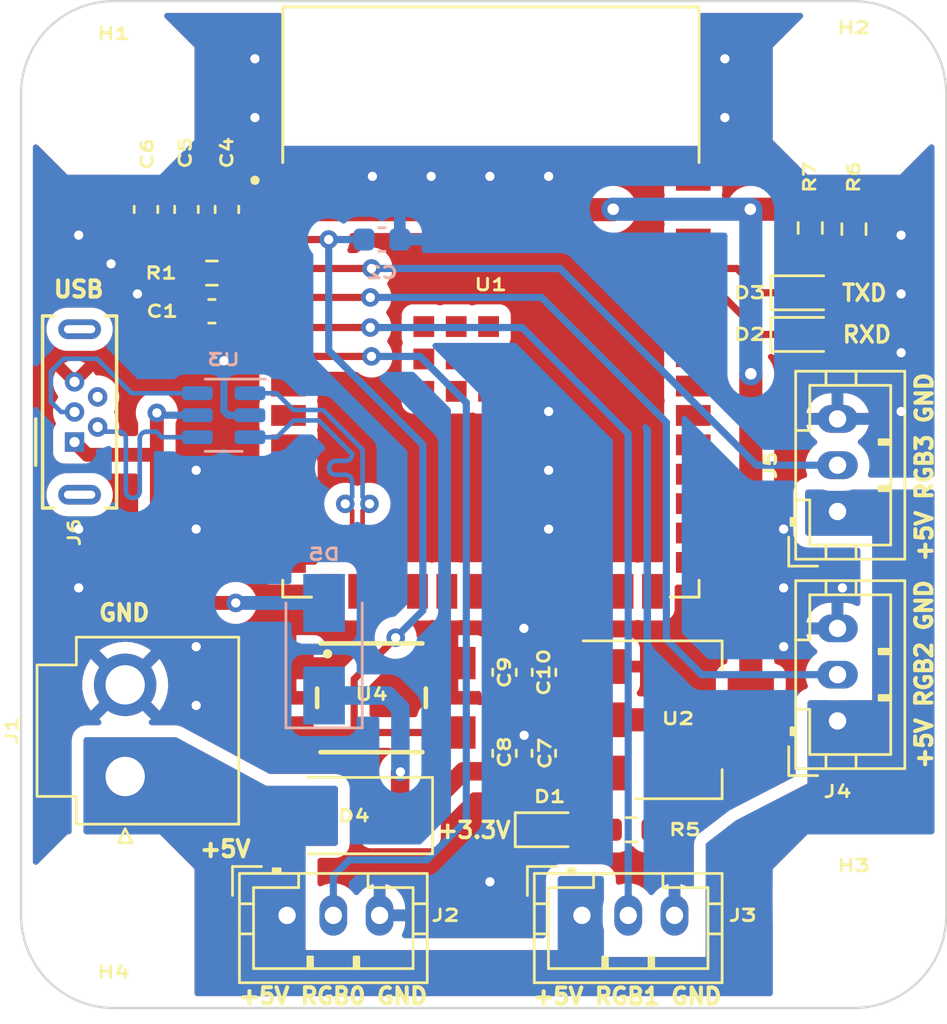
<source format=kicad_pcb>
(kicad_pcb (version 20211014) (generator pcbnew)
  (layers (0 "F.Cu" mixed) (31 "B.Cu" mixed) (34 "B.Paste" user) (35 "F.Paste" user) (36 "B.SilkS" user "B.Silkscreen") (37 "F.SilkS" user "F.Silkscreen") (38 "B.Mask" user) (39 "F.Mask" user) (44 "Edge.Cuts" user))
  (net 0 "")
  (net 1 "EN")
  (net 2 "GND")
  (net 5 "+3.3V")
  (net 6 "VBUS")
  (net 7 "Net-(D1-Pad2)")
  (net 8 "RXD")
  (net 9 "Net-(D2-Pad2)")
  (net 10 "TXD")
  (net 11 "Net-(D3-Pad2)")
  (net 12 "VCC")
  (net 13 "RGB0")
  (net 14 "D+")
  (net 15 "D-")
  (net 16 "SDA")
  (net 17 "SCL")
  (net 41 "RGB1")
  (net 42 "RGB2")
  (net 43 "RGB3")
  (net 46 "USB_D-")
  (net 47 "USB_D+")
  (net 48 "/Connector/VBUS_USB")
  (footprint "Capacitor_SMD:C_0603_1608Metric" (layer "F.Cu") (at 135.9 110 90)
    (fp_text reference "C8" (at 0.05 0 90) (layer "F.SilkS") (effects (font (size 0.5 0.7))))
    (fp_text value "0.1uF")
    (pad "1" smd roundrect (at -0.775 0 90) (size 0.9 0.95) (layers "F.Cu" "F.Paste" "F.Mask") (net 6 "VBUS"))
    (pad "2" smd roundrect (at 0.775 0 90) (size 0.9 0.95) (layers "F.Cu" "F.Paste" "F.Mask") (net 2 "GND"))
  )
  (footprint "Resistor_SMD:R_0603_1608Metric" (layer "F.Cu") (at 141.4 113.3 180)
    (fp_text reference "R5" (at -2.3 0) (layer "F.SilkS") (effects (font (size 0.5 0.7))))
    (fp_text value "1K")
    (pad "1" smd roundrect (at -0.825 0 180) (size 0.8 0.95) (layers "F.Cu" "F.Paste" "F.Mask") (net 5 "+3.3V"))
    (pad "2" smd roundrect (at 0.825 0 180) (size 0.8 0.95) (layers "F.Cu" "F.Paste" "F.Mask") (net 7 "Net-(D1-Pad2)"))
  )
  (footprint "MountingHole:MountingHole_3.2mm_M3" (layer "F.Cu") (at 119 81.5)
    (fp_text reference "H1" (at 0 -2.6) (layer "F.SilkS") (effects (font (size 0.5 0.7))))
    (fp_text value "MountingHole")
    (pad "" np_thru_hole circle (at 0 0) (size 3.2 3.2) (drill 3.2) (layers *.Cu *.Mask))
  )
  (footprint "Capacitor_SMD:C_0603_1608Metric" (layer "F.Cu") (at 137.61 106.5 90)
    (fp_text reference "C10" (at 0 -0.01 90) (layer "F.SilkS") (effects (font (size 0.5 0.7))))
    (fp_text value "0.1uF")
    (pad "1" smd roundrect (at -0.775 0 90) (size 0.9 0.95) (layers "F.Cu" "F.Paste" "F.Mask") (net 5 "+3.3V"))
    (pad "2" smd roundrect (at 0.775 0 90) (size 0.9 0.95) (layers "F.Cu" "F.Paste" "F.Mask") (net 2 "GND"))
  )
  (footprint "Connector_JST:JST_PH_B3B-PH-K_1x03_P2.00mm_Vertical" (layer "F.Cu") (at 150.3 108.6 90)
    (fp_text reference "J4" (at -3.05 0 180) (layer "F.SilkS") (effects (font (size 0.5 0.7))))
    (fp_text value "Conn_01x03")
    (pad "1" thru_hole roundrect (at 0 0 90) (size 1.2 1.75) (drill 0.75) (layers *.Cu *.Mask) (roundrect_rratio 0.2083333333) (net 12 "VCC"))
    (pad "2" thru_hole oval (at 2 0 90) (size 1.2 1.75) (drill 0.75) (layers *.Cu *.Mask) (net 42 "RGB2"))
    (pad "3" thru_hole oval (at 4 0 90) (size 1.2 1.75) (drill 0.75) (layers *.Cu *.Mask) (net 2 "GND"))
  )
  (footprint "Diode_SMD:D_SMA" (layer "F.Cu") (at 129.39 112.69 180)
    (fp_text reference "D4" (at 0 -0.01) (layer "F.SilkS") (effects (font (size 0.5 0.7))))
    (fp_text value "SS34")
    (pad "1" smd rect (at -2 0 180) (size 2.5 1.8) (layers "F.Cu" "F.Paste" "F.Mask") (net 6 "VBUS"))
    (pad "2" smd rect (at 2 0 180) (size 2.5 1.8) (layers "F.Cu" "F.Paste" "F.Mask") (net 12 "VCC"))
  )
  (footprint "Dotworld:Tactile_Switch" (layer "F.Cu") (at 130.15 107.6)
    (fp_text reference "U4" (at 0 -0.15) (layer "F.SilkS") (effects (font (size 0.5 0.7))))
    (fp_text value "Tactile_Switch")
    (pad "1" smd rect (at -3.5 -1.5) (size 2 1.4) (layers "F.Cu" "F.Paste" "F.Mask") (net 2 "GND"))
    (pad "2" smd rect (at 3.5 -1.5) (size 2 1.4) (layers "F.Cu" "F.Paste" "F.Mask") (net 2 "GND"))
    (pad "3" smd rect (at -3.5 1.5) (size 2 1.4) (layers "F.Cu" "F.Paste" "F.Mask") (net 1 "EN"))
    (pad "4" smd rect (at 3.5 1.5) (size 2 1.4) (layers "F.Cu" "F.Paste" "F.Mask") (net 1 "EN"))
  )
  (footprint "Connector_JST:JST_PH_B3B-PH-K_1x03_P2.00mm_Vertical" (layer "F.Cu") (at 139.25 117)
    (fp_text reference "J3" (at 6.95 0) (layer "F.SilkS") (effects (font (size 0.5 0.7))))
    (fp_text value "Conn_01x03")
    (pad "1" thru_hole roundrect (at 0 0) (size 1.2 1.75) (drill 0.75) (layers *.Cu *.Mask) (roundrect_rratio 0.2083333333) (net 12 "VCC"))
    (pad "2" thru_hole oval (at 2 0) (size 1.2 1.75) (drill 0.75) (layers *.Cu *.Mask) (net 41 "RGB1"))
    (pad "3" thru_hole oval (at 4 0) (size 1.2 1.75) (drill 0.75) (layers *.Cu *.Mask) (net 2 "GND"))
  )
  (footprint "LED_SMD:LED_0603_1608Metric" (layer "F.Cu") (at 137.85 113.3)
    (fp_text reference "D1" (at 0 -1.43) (layer "F.SilkS") (effects (font (size 0.5 0.7))))
    (fp_text value "LED")
    (pad "1" smd roundrect (at -0.7875 0) (size 0.875 0.95) (layers "F.Cu" "F.Paste" "F.Mask") (net 2 "GND"))
    (pad "2" smd roundrect (at 0.7875 0) (size 0.875 0.95) (layers "F.Cu" "F.Paste" "F.Mask") (net 7 "Net-(D1-Pad2)"))
  )
  (footprint "Connector_JST:JST_PH_B3B-PH-K_1x03_P2.00mm_Vertical" (layer "F.Cu") (at 150.3 99.55 90)
    (fp_text reference "J5" (at 2 -2.9 90) (layer "F.SilkS") (effects (font (size 0.5 0.7))))
    (fp_text value "Conn_01x03")
    (pad "1" thru_hole roundrect (at 0 0 90) (size 1.2 1.75) (drill 0.75) (layers *.Cu *.Mask) (roundrect_rratio 0.2083333333) (net 12 "VCC"))
    (pad "2" thru_hole oval (at 2 0 90) (size 1.2 1.75) (drill 0.75) (layers *.Cu *.Mask) (net 43 "RGB3"))
    (pad "3" thru_hole oval (at 4 0 90) (size 1.2 1.75) (drill 0.75) (layers *.Cu *.Mask) (net 2 "GND"))
  )
  (footprint "Capacitor_SMD:C_0603_1608Metric" (layer "F.Cu") (at 123.25 90.9 180)
    (fp_text reference "C1" (at 2.15 0) (layer "F.SilkS") (effects (font (size 0.5 0.7))))
    (fp_text value "1uF")
    (pad "1" smd roundrect (at -0.775 0 180) (size 0.9 0.95) (layers "F.Cu" "F.Paste" "F.Mask") (net 1 "EN"))
    (pad "2" smd roundrect (at 0.775 0 180) (size 0.9 0.95) (layers "F.Cu" "F.Paste" "F.Mask") (net 2 "GND"))
  )
  (footprint "Connector_JST:JST_VH_B2P-VH-B_1x02_P3.96mm_Vertical" (layer "F.Cu") (at 119.5 111 90)
    (fp_text reference "J1" (at 1.98 -4.9 90) (layer "F.SilkS") (effects (font (size 0.5 0.7))))
    (fp_text value "Conn_01x02")
    (pad "1" thru_hole roundrect (at 0 0 90) (size 2.7 2.7) (drill 1.7) (layers *.Cu *.Mask) (roundrect_rratio 0.09259296296) (net 12 "VCC"))
    (pad "2" thru_hole circle (at 3.96 0 90) (size 2.7 2.7) (drill 1.7) (layers *.Cu *.Mask) (net 2 "GND"))
  )
  (footprint "Connector_USB:USB_Micro-B_Wuerth_614105150721_Vertical" (layer "F.Cu") (at 117.31 96.55 90)
    (fp_text reference "J6" (at -3.9 -0.01 90) (layer "F.SilkS") (effects (font (size 0.5 0.7))))
    (fp_text value "USB_B_Micro")
    (pad "" thru_hole oval (at 4.875 0.22 90) (size 0.85 1.85) (drill oval 0.35 1.35) (layers *.Cu *.Mask))
    (pad "" thru_hole oval (at -2.275 0.22 90) (size 0.85 1.85) (drill oval 0.35 1.35) (layers *.Cu *.Mask))
    (pad "1" thru_hole rect (at 0 0 90) (size 0.84 0.84) (drill 0.44) (layers *.Cu *.Mask) (net 48 "/Connector/VBUS_USB"))
    (pad "2" thru_hole circle (at 0.65 1 90) (size 0.84 0.84) (drill 0.44) (layers *.Cu *.Mask) (net 15 "D-"))
    (pad "3" thru_hole circle (at 1.3 0 90) (size 0.84 0.84) (drill 0.44) (layers *.Cu *.Mask) (net 14 "D+"))
    (pad "4" thru_hole circle (at 1.95 1 90) (size 0.84 0.84) (drill 0.44) (layers *.Cu *.Mask))
    (pad "5" thru_hole circle (at 2.6 0 90) (size 0.84 0.84) (drill 0.44) (layers *.Cu *.Mask) (net 2 "GND"))
  )
  (footprint "Resistor_SMD:R_0603_1608Metric" (layer "F.Cu") (at 151.01 87.35 -90)
    (fp_text reference "R6" (at -2.25 0.01 90) (layer "F.SilkS") (effects (font (size 0.5 0.7))))
    (fp_text value "1K")
    (pad "1" smd roundrect (at -0.825 0 270) (size 0.8 0.95) (layers "F.Cu" "F.Paste" "F.Mask") (net 5 "+3.3V"))
    (pad "2" smd roundrect (at 0.825 0 270) (size 0.8 0.95) (layers "F.Cu" "F.Paste" "F.Mask") (net 9 "Net-(D2-Pad2)"))
  )
  (footprint "Capacitor_SMD:C_0603_1608Metric" (layer "F.Cu") (at 120.4 86.5 90)
    (fp_text reference "C6" (at 2.4 0.05 90) (layer "F.SilkS") (effects (font (size 0.5 0.7))))
    (fp_text value "22uF")
    (pad "1" smd roundrect (at -0.775 0 90) (size 0.9 0.95) (layers "F.Cu" "F.Paste" "F.Mask") (net 5 "+3.3V"))
    (pad "2" smd roundrect (at 0.775 0 90) (size 0.9 0.95) (layers "F.Cu" "F.Paste" "F.Mask") (net 2 "GND"))
  )
  (footprint "LED_SMD:LED_0603_1608Metric" (layer "F.Cu") (at 148.9 90.1)
    (fp_text reference "D3" (at -2.4 0) (layer "F.SilkS") (effects (font (size 0.5 0.7))))
    (fp_text value "LED")
    (pad "1" smd roundrect (at -0.7875 0) (size 0.875 0.95) (layers "F.Cu" "F.Paste" "F.Mask") (net 10 "TXD"))
    (pad "2" smd roundrect (at 0.7875 0) (size 0.875 0.95) (layers "F.Cu" "F.Paste" "F.Mask") (net 11 "Net-(D3-Pad2)"))
  )
  (footprint "ESP32-S3:ESP32S3WROOM1N8R8" (layer "F.Cu") (at 135.3125 90.5)
    (fp_text reference "U1" (at -0.0125 -0.75) (layer "F.SilkS") (effects (font (size 0.5 0.7))))
    (fp_text value "ESP32-S3-WROOM-1-N8R8")
    (pad "1" smd rect (at -8.75 -5.26) (size 1.5 0.9) (layers "F.Cu" "F.Paste" "F.Mask") (net 2 "GND"))
    (pad "2" smd rect (at -8.75 -3.99) (size 1.5 0.9) (layers "F.Cu" "F.Paste" "F.Mask") (net 5 "+3.3V"))
    (pad "3" smd rect (at -8.75 -2.72) (size 1.5 0.9) (layers "F.Cu" "F.Paste" "F.Mask") (net 1 "EN"))
    (pad "4" smd rect (at -8.75 -1.45) (size 1.5 0.9) (layers "F.Cu" "F.Paste" "F.Mask") (net 43 "RGB3"))
    (pad "5" smd rect (at -8.75 -0.18) (size 1.5 0.9) (layers "F.Cu" "F.Paste" "F.Mask") (net 42 "RGB2"))
    (pad "6" smd rect (at -8.75 1.09) (size 1.5 0.9) (layers "F.Cu" "F.Paste" "F.Mask") (net 41 "RGB1"))
    (pad "7" smd rect (at -8.75 2.36) (size 1.5 0.9) (layers "F.Cu" "F.Paste" "F.Mask") (net 13 "RGB0"))
    (pad "8" smd rect (at -8.75 3.63) (size 1.5 0.9) (layers "F.Cu" "F.Paste" "F.Mask"))
    (pad "9" smd rect (at -8.75 4.9) (size 1.5 0.9) (layers "F.Cu" "F.Paste" "F.Mask"))
    (pad "10" smd rect (at -8.75 6.17) (size 1.5 0.9) (layers "F.Cu" "F.Paste" "F.Mask"))
    (pad "11" smd rect (at -8.75 7.44) (size 1.5 0.9) (layers "F.Cu" "F.Paste" "F.Mask"))
    (pad "12" smd rect (at -8.75 8.71) (size 1.5 0.9) (layers "F.Cu" "F.Paste" "F.Mask"))
    (pad "13" smd rect (at -8.75 9.98) (size 1.5 0.9) (layers "F.Cu" "F.Paste" "F.Mask") (net 46 "USB_D-"))
    (pad "14" smd rect (at -8.75 11.25) (size 1.5 0.9) (layers "F.Cu" "F.Paste" "F.Mask") (net 47 "USB_D+"))
    (pad "15" smd rect (at -6.985 12.5) (size 0.9 1.5) (layers "F.Cu" "F.Paste" "F.Mask"))
    (pad "16" smd rect (at -5.715 12.5) (size 0.9 1.5) (layers "F.Cu" "F.Paste" "F.Mask"))
    (pad "17" smd rect (at -4.445 12.5) (size 0.9 1.5) (layers "F.Cu" "F.Paste" "F.Mask"))
    (pad "18" smd rect (at -3.175 12.5) (size 0.9 1.5) (layers "F.Cu" "F.Paste" "F.Mask"))
    (pad "19" smd rect (at -1.905 12.5) (size 0.9 1.5) (layers "F.Cu" "F.Paste" "F.Mask"))
    (pad "20" smd rect (at -0.635 12.5) (size 0.9 1.5) (layers "F.Cu" "F.Paste" "F.Mask"))
    (pad "21" smd rect (at 0.635 12.5) (size 0.9 1.5) (layers "F.Cu" "F.Paste" "F.Mask"))
    (pad "22" smd rect (at 1.905 12.5) (size 0.9 1.5) (layers "F.Cu" "F.Paste" "F.Mask"))
    (pad "23" smd rect (at 3.175 12.5) (size 0.9 1.5) (layers "F.Cu" "F.Paste" "F.Mask"))
    (pad "24" smd rect (at 4.445 12.5) (size 0.9 1.5) (layers "F.Cu" "F.Paste" "F.Mask"))
    (pad "25" smd rect (at 5.715 12.5) (size 0.9 1.5) (layers "F.Cu" "F.Paste" "F.Mask"))
    (pad "26" smd rect (at 6.985 12.5) (size 0.9 1.5) (layers "F.Cu" "F.Paste" "F.Mask"))
    (pad "27" smd rect (at 8.75 11.25) (size 1.5 0.9) (layers "F.Cu" "F.Paste" "F.Mask"))
    (pad "28" smd rect (at 8.75 9.98) (size 1.5 0.9) (layers "F.Cu" "F.Paste" "F.Mask") (net 16 "SDA"))
    (pad "29" smd rect (at 8.75 8.71) (size 1.5 0.9) (layers "F.Cu" "F.Paste" "F.Mask") (net 17 "SCL"))
    (pad "30" smd rect (at 8.75 7.44) (size 1.5 0.9) (layers "F.Cu" "F.Paste" "F.Mask"))
    (pad "31" smd rect (at 8.75 6.17) (size 1.5 0.9) (layers "F.Cu" "F.Paste" "F.Mask"))
    (pad "32" smd rect (at 8.75 4.9) (size 1.5 0.9) (layers "F.Cu" "F.Paste" "F.Mask"))
    (pad "33" smd rect (at 8.75 3.63) (size 1.5 0.9) (layers "F.Cu" "F.Paste" "F.Mask"))
    (pad "34" smd rect (at 8.75 2.36) (size 1.5 0.9) (layers "F.Cu" "F.Paste" "F.Mask"))
    (pad "35" smd rect (at 8.75 1.09) (size 1.5 0.9) (layers "F.Cu" "F.Paste" "F.Mask"))
    (pad "36" smd rect (at 8.75 -0.18) (size 1.5 0.9) (layers "F.Cu" "F.Paste" "F.Mask") (net 8 "RXD"))
    (pad "37" smd rect (at 8.75 -1.45) (size 1.5 0.9) (layers "F.Cu" "F.Paste" "F.Mask") (net 10 "TXD"))
    (pad "38" smd rect (at 8.75 -2.72) (size 1.5 0.9) (layers "F.Cu" "F.Paste" "F.Mask"))
    (pad "39" smd rect (at 8.75 -3.99) (size 1.5 0.9) (layers "F.Cu" "F.Paste" "F.Mask"))
    (pad "40" smd rect (at 8.75 -5.26) (size 1.5 0.9) (layers "F.Cu" "F.Paste" "F.Mask") (net 2 "GND"))
    (pad "41_1" smd rect (at -1.5 2.46) (size 0.9 0.9) (layers "F.Cu" "F.Paste" "F.Mask"))
    (pad "41_2" smd rect (at -2.9 2.46) (size 0.9 0.9) (layers "F.Cu" "F.Paste" "F.Mask"))
    (pad "41_3" smd rect (at -0.1 2.46) (size 0.9 0.9) (layers "F.Cu" "F.Paste" "F.Mask"))
    (pad "41_4" smd rect (at -2.9 3.86) (size 0.9 0.9) (layers "F.Cu" "F.Paste" "F.Mask"))
    (pad "41_5" smd rect (at -1.5 3.86) (size 0.9 0.9) (layers "F.Cu" "F.Paste" "F.Mask"))
    (pad "41_6" smd rect (at -0.1 3.86) (size 0.9 0.9) (layers "F.Cu" "F.Paste" "F.Mask"))
    (pad "41_7" smd rect (at -2.9 1.06) (size 0.9 0.9) (layers "F.Cu" "F.Paste" "F.Mask"))
    (pad "41_8" smd rect (at -1.5 1.06) (size 0.9 0.9) (layers "F.Cu" "F.Paste" "F.Mask"))
    (pad "41_9" smd rect (at -0.1 1.06) (size 0.9 0.9) (layers "F.Cu" "F.Paste" "F.Mask"))
    (zone (net 0) (net_name "") (layer "F.Cu") (connect_pads (clearance 0)) (min_thickness 0.01)
      (keepout (tracks not_allowed) (vias not_allowed) (pads not_allowed) (copperpour not_allowed) (footprints allowed))
      (fill (thermal_gap 0.508) (thermal_bridge_width 0.508))
      (polygon (pts (xy 126.3125 77.75) (xy 144.3125 77.75) (xy 144.3125 83.75) (xy 126.3125 83.75)))
    )
    (zone (net 0) (net_name "") (layer "B.Cu") (connect_pads (clearance 0)) (min_thickness 0.01)
      (keepout (tracks not_allowed) (vias not_allowed) (pads not_allowed) (copperpour not_allowed) (footprints allowed))
      (fill (thermal_gap 0.508) (thermal_bridge_width 0.508))
      (polygon (pts (xy 126.3125 77.75) (xy 144.3125 77.75) (xy 144.3125 83.75) (xy 126.3125 83.75)))
    )
  )
  (footprint "MountingHole:MountingHole_3.2mm_M3" (layer "F.Cu") (at 151 81.5)
    (fp_text reference "H2" (at 0 -2.85) (layer "F.SilkS") (effects (font (size 0.5 0.7))))
    (fp_text value "MountingHole")
    (pad "" np_thru_hole circle (at 0 0) (size 3.2 3.2) (drill 3.2) (layers *.Cu *.Mask))
  )
  (footprint "Resistor_SMD:R_0603_1608Metric" (layer "F.Cu") (at 123.25 89.25)
    (fp_text reference "R1" (at -2.2 0) (layer "F.SilkS") (effects (font (size 0.5 0.7))))
    (fp_text value "10K")
    (pad "1" smd roundrect (at -0.825 0) (size 0.8 0.95) (layers "F.Cu" "F.Paste" "F.Mask") (net 5 "+3.3V"))
    (pad "2" smd roundrect (at 0.825 0) (size 0.8 0.95) (layers "F.Cu" "F.Paste" "F.Mask") (net 1 "EN"))
  )
  (footprint "Capacitor_SMD:C_0603_1608Metric" (layer "F.Cu") (at 137.6 110 90)
    (fp_text reference "C7" (at 0 0.05 90) (layer "F.SilkS") (effects (font (size 0.5 0.7))))
    (fp_text value "10uF")
    (pad "1" smd roundrect (at -0.775 0 90) (size 0.9 0.95) (layers "F.Cu" "F.Paste" "F.Mask") (net 6 "VBUS"))
    (pad "2" smd roundrect (at 0.775 0 90) (size 0.9 0.95) (layers "F.Cu" "F.Paste" "F.Mask") (net 2 "GND"))
  )
  (footprint "Resistor_SMD:R_0603_1608Metric" (layer "F.Cu") (at 149.12 87.3 -90)
    (fp_text reference "R7" (at -2.2 0.02 90) (layer "F.SilkS") (effects (font (size 0.5 0.7))))
    (fp_text value "1K")
    (pad "1" smd roundrect (at -0.825 0 270) (size 0.8 0.95) (layers "F.Cu" "F.Paste" "F.Mask") (net 5 "+3.3V"))
    (pad "2" smd roundrect (at 0.825 0 270) (size 0.8 0.95) (layers "F.Cu" "F.Paste" "F.Mask") (net 11 "Net-(D3-Pad2)"))
  )
  (footprint "Capacitor_SMD:C_0603_1608Metric" (layer "F.Cu") (at 123.9 86.5 90)
    (fp_text reference "C4" (at 2.45 0 90) (layer "F.SilkS") (effects (font (size 0.5 0.7))))
    (fp_text value "0.1uF")
    (pad "1" smd roundrect (at -0.775 0 90) (size 0.9 0.95) (layers "F.Cu" "F.Paste" "F.Mask") (net 5 "+3.3V"))
    (pad "2" smd roundrect (at 0.775 0 90) (size 0.9 0.95) (layers "F.Cu" "F.Paste" "F.Mask") (net 2 "GND"))
  )
  (footprint "LED_SMD:LED_0603_1608Metric" (layer "F.Cu") (at 148.9 91.9)
    (fp_text reference "D2" (at -2.4 0) (layer "F.SilkS") (effects (font (size 0.5 0.7))))
    (fp_text value "LED")
    (pad "1" smd roundrect (at -0.7875 0) (size 0.875 0.95) (layers "F.Cu" "F.Paste" "F.Mask") (net 8 "RXD"))
    (pad "2" smd roundrect (at 0.7875 0) (size 0.875 0.95) (layers "F.Cu" "F.Paste" "F.Mask") (net 9 "Net-(D2-Pad2)"))
  )
  (footprint "MountingHole:MountingHole_3.2mm_M3" (layer "F.Cu") (at 119 117)
    (fp_text reference "H4" (at 0 2.45) (layer "F.SilkS") (effects (font (size 0.5 0.7))))
    (fp_text value "MountingHole")
    (pad "" np_thru_hole circle (at 0 0) (size 3.2 3.2) (drill 3.2) (layers *.Cu *.Mask))
  )
  (footprint "Connector_JST:JST_PH_B3B-PH-K_1x03_P2.00mm_Vertical" (layer "F.Cu") (at 126.5 117)
    (fp_text reference "J2" (at 6.85 0) (layer "F.SilkS") (effects (font (size 0.5 0.7))))
    (fp_text value "Conn_01x03")
    (pad "1" thru_hole roundrect (at 0 0) (size 1.2 1.75) (drill 0.75) (layers *.Cu *.Mask) (roundrect_rratio 0.2083333333) (net 12 "VCC"))
    (pad "2" thru_hole oval (at 2 0) (size 1.2 1.75) (drill 0.75) (layers *.Cu *.Mask) (net 13 "RGB0"))
    (pad "3" thru_hole oval (at 4 0) (size 1.2 1.75) (drill 0.75) (layers *.Cu *.Mask) (net 2 "GND"))
  )
  (footprint "Capacitor_SMD:C_0603_1608Metric" (layer "F.Cu") (at 122.15 86.5 90)
    (fp_text reference "C5" (at 2.45 -0.05 90) (layer "F.SilkS") (effects (font (size 0.5 0.7))))
    (fp_text value "0.1uF")
    (pad "1" smd roundrect (at -0.775 0 90) (size 0.9 0.95) (layers "F.Cu" "F.Paste" "F.Mask") (net 5 "+3.3V"))
    (pad "2" smd roundrect (at 0.775 0 90) (size 0.9 0.95) (layers "F.Cu" "F.Paste" "F.Mask") (net 2 "GND"))
  )
  (footprint "Capacitor_SMD:C_0603_1608Metric" (layer "F.Cu") (at 135.9 106.5 90)
    (fp_text reference "C9" (at 0 0 90) (layer "F.SilkS") (effects (font (size 0.5 0.7))))
    (fp_text value "10uF")
    (pad "1" smd roundrect (at -0.775 0 90) (size 0.9 0.95) (layers "F.Cu" "F.Paste" "F.Mask") (net 5 "+3.3V"))
    (pad "2" smd roundrect (at 0.775 0 90) (size 0.9 0.95) (layers "F.Cu" "F.Paste" "F.Mask") (net 2 "GND"))
  )
  (footprint "MountingHole:MountingHole_3.2mm_M3" (layer "F.Cu") (at 151 117)
    (fp_text reference "H3" (at 0 -2.15) (layer "F.SilkS") (effects (font (size 0.5 0.7))))
    (fp_text value "MountingHole")
    (pad "" np_thru_hole circle (at 0 0) (size 3.2 3.2) (drill 3.2) (layers *.Cu *.Mask))
  )
  (footprint "Package_TO_SOT_SMD:SOT-223-3_TabPin2" (layer "F.Cu") (at 143.4 108.55)
    (fp_text reference "U2" (at 0 -0.05) (layer "F.SilkS") (effects (font (size 0.5 0.7))))
    (fp_text value "AMS1117-3.3")
    (pad "1" smd rect (at -3.15 -2.3) (size 2 1.5) (layers "F.Cu" "F.Paste" "F.Mask") (net 2 "GND"))
    (pad "2" smd rect (at -3.15 0) (size 2 1.5) (layers "F.Cu" "F.Paste" "F.Mask") (net 5 "+3.3V"))
    (pad "2" smd rect (at 3.15 0) (size 2 3.8) (layers "F.Cu" "F.Paste" "F.Mask") (net 5 "+3.3V"))
    (pad "3" smd rect (at -3.15 2.3) (size 2 1.5) (layers "F.Cu" "F.Paste" "F.Mask") (net 6 "VBUS"))
  )
  (footprint "Package_TO_SOT_SMD:SOT-23-6" (layer "B.Cu") (at 123.76 95.39 180)
    (fp_text reference "U3" (at 0 2.4) (layer "B.SilkS") (effects (font (size 0.5 0.7)) (justify mirror)))
    (fp_text value "USBLC6-2SC6")
    (pad "1" smd roundrect (at -1.1375 0.95 180) (size 1.325 0.6) (layers "B.Cu" "B.Paste" "B.Mask") (net 47 "USB_D+"))
    (pad "2" smd roundrect (at -1.1375 0 180) (size 1.325 0.6) (layers "B.Cu" "B.Paste" "B.Mask") (net 2 "GND"))
    (pad "3" smd roundrect (at -1.1375 -0.95 180) (size 1.325 0.6) (layers "B.Cu" "B.Paste" "B.Mask") (net 46 "USB_D-"))
    (pad "4" smd roundrect (at 1.1375 -0.95 180) (size 1.325 0.6) (layers "B.Cu" "B.Paste" "B.Mask") (net 15 "D-"))
    (pad "5" smd roundrect (at 1.1375 0 180) (size 1.325 0.6) (layers "B.Cu" "B.Paste" "B.Mask") (net 48 "/Connector/VBUS_USB"))
    (pad "6" smd roundrect (at 1.1375 0.95 180) (size 1.325 0.6) (layers "B.Cu" "B.Paste" "B.Mask") (net 14 "D+"))
  )
  (footprint "Diode_SMD:D_SMA" (layer "B.Cu") (at 128.1 105.5 90)
    (fp_text reference "D5" (at 4.1 0 180) (layer "B.SilkS") (effects (font (size 0.5 0.7)) (justify mirror)))
    (fp_text value "SS34")
    (pad "1" smd rect (at -2 0 90) (size 2.5 1.8) (layers "B.Cu" "B.Paste" "B.Mask") (net 6 "VBUS"))
    (pad "2" smd rect (at 2 0 90) (size 2.5 1.8) (layers "B.Cu" "B.Paste" "B.Mask") (net 48 "/Connector/VBUS_USB"))
  )
  (footprint "Capacitor_SMD:C_0603_1608Metric" (layer "B.Cu") (at 130.6 87.8)
    (fp_text reference "C2" (at 0 1.43) (layer "B.SilkS") (effects (font (size 0.5 0.7)) (justify mirror)))
    (fp_text value "1uF")
    (pad "1" smd roundrect (at -0.775 0) (size 0.9 0.95) (layers "B.Cu" "B.Paste" "B.Mask") (net 1 "EN"))
    (pad "2" smd roundrect (at 0.775 0) (size 0.9 0.95) (layers "B.Cu" "B.Paste" "B.Mask") (net 2 "GND"))
  )
  (gr_line (start 119 77.5) (end 151 77.5) (layer "Edge.Cuts") (width 0.1))
  (gr_arc (start 119 121) (mid 116.171573 119.828427) (end 115 117) (layer "Edge.Cuts") (width 0.1))
  (gr_arc (start 155 117) (mid 153.828427 119.828427) (end 151 121) (layer "Edge.Cuts") (width 0.1))
  (gr_line (start 115 117) (end 115 81.5) (layer "Edge.Cuts") (width 0.1))
  (gr_line (start 151 121) (end 119 121) (layer "Edge.Cuts") (width 0.1))
  (gr_arc (start 115 81.5) (mid 116.171573 78.671573) (end 119 77.5) (layer "Edge.Cuts") (width 0.1))
  (gr_arc (start 151 77.5) (mid 153.828427 78.671573) (end 155 81.5) (layer "Edge.Cuts") (width 0.1))
  (gr_line (start 155 81.5) (end 155 117) (layer "Edge.Cuts") (width 0.1))
  (gr_text "RXD" (at 151.57 91.91) (layer "F.SilkS") (effects (font (size 0.7 0.7))))
  (gr_text "USB" (at 117.49 89.95) (layer "F.SilkS") (effects (font (size 0.7 0.7) (thickness 0.175))))
  (gr_text "+5V RGB0 GND" (at 128.49 120.49) (layer "F.SilkS") (effects (font (size 0.7 0.7) (thickness 0.175))))
  (gr_text "+5V" (at 123.83 114.13) (layer "F.SilkS") (effects (font (size 0.7 0.7) (thickness 0.175))))
  (gr_text "+5V RGB2 GND" (at 154.04 106.59 90) (layer "F.SilkS") (effects (font (size 0.7 0.7) (thickness 0.175))))
  (gr_text "+5V RGB1 GND" (at 141.21 120.5) (layer "F.SilkS") (effects (font (size 0.7 0.7) (thickness 0.175))))
  (gr_text "TXD" (at 151.46 90.11) (layer "F.SilkS") (effects (font (size 0.7 0.7))))
  (gr_text "+5V RGB3 GND" (at 154.05 97.63 90) (layer "F.SilkS") (effects (font (size 0.7 0.7) (thickness 0.175))))
  (gr_text "GND" (at 119.46 103.93) (layer "F.SilkS") (effects (font (size 0.7 0.7) (thickness 0.175))))
  (gr_text "+3.3V" (at 134.58 113.32) (layer "F.SilkS") (effects (font (size 0.7 0.7))))
  (segment (start 124.55 89.25) (end 124.9 88.9) (width 0.31) (layer "F.Cu") (net 1))
  (segment (start 126.5825 87.8) (end 126.5625 87.78) (width 0.31) (layer "F.Cu") (net 1))
  (segment (start 124.025 89.3) (end 124.075 89.25) (width 0.31) (layer "F.Cu") (net 1))
  (segment (start 124.025 90.9) (end 124.025 89.3) (width 0.31) (layer "F.Cu") (net 1))
  (segment (start 124.075 89.25) (end 124.55 89.25) (width 0.31) (layer "F.Cu") (net 1))
  (segment (start 129.4 109.1) (end 133.65 109.1) (width 0.31) (layer "F.Cu") (net 1))
  (segment (start 124.9 88.25) (end 125.37 87.78) (width 0.31) (layer "F.Cu") (net 1))
  (segment (start 128.3 87.8) (end 126.5825 87.8) (width 0.31) (layer "F.Cu") (net 1))
  (segment (start 131.195 105.005) (end 129.4 106.8) (width 0.31) (layer "F.Cu") (net 1))
  (segment (start 129.4 106.8) (end 129.4 109.1) (width 0.31) (layer "F.Cu") (net 1))
  (segment (start 124.9 88.9) (end 124.9 88.25) (width 0.31) (layer "F.Cu") (net 1))
  (segment (start 126.65 109.1) (end 129.4 109.1) (width 0.31) (layer "F.Cu") (net 1))
  (segment (start 125.37 87.78) (end 126.5625 87.78) (width 0.31) (layer "F.Cu") (net 1))
  (via (at 128.3 87.8) (size 0.8) (drill 0.4) (layers "F.Cu" "B.Cu") (net 1))
  (via (at 131.195 105.005) (size 0.8) (drill 0.4) (layers "F.Cu" "B.Cu") (net 1))
  (segment (start 132.37 103.83) (end 132.37 96.66) (width 0.31) (layer "B.Cu") (net 1))
  (segment (start 132.37 96.66) (end 128.3 92.59) (width 0.31) (layer "B.Cu") (net 1))
  (segment (start 129.825 87.8) (end 128.3 87.8) (width 0.31) (layer "B.Cu") (net 1))
  (segment (start 128.3 92.59) (end 128.3 87.8) (width 0.31) (layer "B.Cu") (net 1))
  (segment (start 131.195 105.005) (end 132.37 103.83) (width 0.31) (layer "B.Cu") (net 1))
  (via (at 147.97 105.39) (size 0.8) (drill 0.4) (layers "F.Cu" "B.Cu") (net 2))
  (via (at 145.43 79.99) (size 0.8) (drill 0.4) (layers "F.Cu" "B.Cu") (net 2))
  (via (at 147.97 102.85) (size 0.8) (drill 0.4) (layers "F.Cu" "B.Cu") (net 2))
  (via (at 137.81 97.77) (size 0.8) (drill 0.4) (layers "F.Cu" "B.Cu") (net 2))
  (via (at 153.05 90.15) (size 0.8) (drill 0.4) (layers "F.Cu" "B.Cu") (net 2))
  (via (at 122.57 100.31) (size 0.8) (drill 0.4) (layers "F.Cu" "B.Cu") (net 2))
  (via (at 136.75 109.22) (size 0.8) (drill 0.4) (layers "F.Cu" "B.Cu") (net 2))
  (via (at 122.57 107.93) (size 0.8) (drill 0.4) (layers "F.Cu" "B.Cu") (net 2))
  (via (at 137.81 85.07) (size 0.8) (drill 0.4) (layers "F.Cu" "B.Cu") (net 2))
  (via (at 137.81 95.23) (size 0.8) (drill 0.4) (layers "F.Cu" "B.Cu") (net 2))
  (via (at 125.11 82.53) (size 0.8) (drill 0.4) (layers "F.Cu" "B.Cu") (net 2))
  (via (at 153.05 95.23) (size 0.8) (drill 0.4) (layers "F.Cu" "B.Cu") (net 2))
  (via (at 130.19 85.07) (size 0.8) (drill 0.4) (layers "F.Cu" "B.Cu") (net 2))
  (via (at 136.74 104.6) (size 0.8) (drill 0.4) (layers "F.Cu" "B.Cu") (net 2))
  (via (at 125.11 79.99) (size 0.8) (drill 0.4) (layers "F.Cu" "B.Cu") (net 2))
  (via (at 153.05 92.69) (size 0.8) (drill 0.4) (layers "F.Cu" "B.Cu") (net 2))
  (via (at 150.51 102.85) (size 0.8) (drill 0.4) (layers "F.Cu" "B.Cu") (net 2))
  (via (at 122.57 97.77) (size 0.8) (drill 0.4) (layers "F.Cu" "B.Cu") (net 2))
  (via (at 147.97 100.31) (size 0.8) (drill 0.4) (layers "F.Cu" "B.Cu") (net 2))
  (via (at 153.05 87.61) (size 0.8) (drill 0.4) (layers "F.Cu" "B.Cu") (net 2))
  (via (at 132.73 85.07) (size 0.8) (drill 0.4) (layers "F.Cu" "B.Cu") (net 2))
  (via (at 145.43 82.53) (size 0.8) (drill 0.4) (layers "F.Cu" "B.Cu") (net 2))
  (via (at 122.57 105.39) (size 0.8) (drill 0.4) (layers "F.Cu" "B.Cu") (net 2))
  (via (at 135.27 85.07) (size 0.8) (drill 0.4) (layers "F.Cu" "B.Cu") (net 2))
  (via (at 120.03 90.15) (size 0.8) (drill 0.4) (layers "F.Cu" "B.Cu") (net 2))
  (via (at 118.89 88.85) (size 0.8) (drill 0.4) (layers "F.Cu" "B.Cu") (net 2))
  (via (at 117.49 102.85) (size 0.8) (drill 0.4) (layers "F.Cu" "B.Cu") (net 2))
  (via (at 137.81 100.31) (size 0.8) (drill 0.4) (layers "F.Cu" "B.Cu") (net 2))
  (via (at 123.77 93.04) (size 0.8) (drill 0.4) (layers "F.Cu" "B.Cu") (net 2))
  (via (at 117.49 87.61) (size 0.8) (drill 0.4) (layers "F.Cu" "B.Cu") (net 2))
  (via (at 117.49 100.31) (size 0.8) (drill 0.4) (layers "F.Cu" "B.Cu") (net 2))
  (via (at 135.27 115.55) (size 0.8) (drill 0.4) (layers "F.Cu" "B.Cu") (net 2))
  (segment (start 123.96 95.39) (end 123.77 95.2) (width 0.31) (layer "B.Cu") (net 2))
  (segment (start 124.8975 95.39) (end 123.96 95.39) (width 0.31) (layer "B.Cu") (net 2))
  (segment (start 123.77 95.2) (end 123.77 93.04) (width 0.31) (layer "B.Cu") (net 2))
  (segment (start 142.225 113.3) (end 143.45 113.3) (width 0.32) (layer "F.Cu") (net 5))
  (segment (start 125.053711 86.51) (end 124.288711 87.275) (width 1) (layer "F.Cu") (net 5))
  (segment (start 143.75 108.55) (end 146.55 108.55) (width 1) (layer "F.Cu") (net 5))
  (segment (start 122.425 87.375) (end 122.325 87.275) (width 1) (layer "F.Cu") (net 5))
  (segment (start 135.9 107.275) (end 137.61 107.275) (width 1) (layer "F.Cu") (net 5))
  (segment (start 140.58 86.51) (end 140.6 86.49) (width 1) (layer "F.Cu") (net 5))
  (segment (start 140.25 108.55) (end 143.75 108.55) (width 1) (layer "F.Cu") (net 5))
  (segment (start 146.53 86.49) (end 149.105 86.49) (width 1) (layer "F.Cu") (net 5))
  (segment (start 149.105 86.49) (end 149.12 86.475) (width 1) (layer "F.Cu") (net 5))
  (segment (start 122.425 89.25) (end 122.425 87.375) (width 1) (layer "F.Cu") (net 5))
  (segment (start 146.55 94.14) (end 146.55 108.55) (width 1) (layer "F.Cu") (net 5))
  (segment (start 138.105 107.275) (end 139.38 108.55) (width 1) (layer "F.Cu") (net 5))
  (segment (start 137.61 107.275) (end 138.105 107.275) (width 1) (layer "F.Cu") (net 5))
  (segment (start 143.45 113.3) (end 143.75 113) (width 0.32) (layer "F.Cu") (net 5))
  (segment (start 150.96 86.475) (end 151.01 86.525) (width 1) (layer "F.Cu") (net 5))
  (segment (start 124.288711 87.275) (end 123.9 87.275) (width 1) (layer "F.Cu") (net 5))
  (segment (start 139.38 108.55) (end 140.25 108.55) (width 1) (layer "F.Cu") (net 5))
  (segment (start 149.12 86.475) (end 150.96 86.475) (width 1) (layer "F.Cu") (net 5))
  (segment (start 123.9 87.275) (end 122.325 87.275) (width 1) (layer "F.Cu") (net 5))
  (segment (start 143.75 113) (end 143.75 108.55) (width 0.32) (layer "F.Cu") (net 5))
  (segment (start 122.325 87.275) (end 120.4 87.275) (width 1) (layer "F.Cu") (net 5))
  (segment (start 126.5625 86.51) (end 140.58 86.51) (width 1) (layer "F.Cu") (net 5))
  (segment (start 146.55 94.14) (end 146.55 93.6) (width 1) (layer "F.Cu") (net 5))
  (segment (start 126.5625 86.51) (end 125.053711 86.51) (width 1) (layer "F.Cu") (net 5))
  (via (at 146.55 93.6) (size 1) (drill 0.5) (layers "F.Cu" "B.Cu") (net 5))
  (via (at 140.6 86.49) (size 1) (drill 0.5) (layers "F.Cu" "B.Cu") (net 5))
  (via (at 146.53 86.49) (size 1) (drill 0.5) (layers "F.Cu" "B.Cu") (net 5))
  (segment (start 146.55 86.51) (end 146.53 86.49) (width 1) (layer "B.Cu") (net 5))
  (segment (start 146.55 93.6) (end 146.55 86.51) (width 1) (layer "B.Cu") (net 5))
  (segment (start 140.6 86.49) (end 146.53 86.49) (width 1) (layer "B.Cu") (net 5))
  (segment (start 137.675 110.85) (end 137.6 110.775) (width 0.8) (layer "F.Cu") (net 6))
  (segment (start 134.125 110.775) (end 135.9 110.775) (width 0.8) (layer "F.Cu") (net 6))
  (segment (start 131.39 112.69) (end 132.21 112.69) (width 0.8) (layer "F.Cu") (net 6))
  (segment (start 137.6 110.775) (end 135.9 110.775) (width 0.8) (layer "F.Cu") (net 6))
  (segment (start 140.25 110.85) (end 137.675 110.85) (width 0.8) (layer "F.Cu") (net 6))
  (segment (start 131.39 110.81) (end 131.39 112.69) (width 0.8) (layer "F.Cu") (net 6))
  (segment (start 132.21 112.69) (end 134.125 110.775) (width 0.8) (layer "F.Cu") (net 6))
  (segment (start 131.4 110.8) (end 131.39 110.81) (width 0.8) (layer "F.Cu") (net 6))
  (via (at 131.4 110.8) (size 0.8) (drill 0.4) (layers "F.Cu" "B.Cu") (net 6))
  (segment (start 131.4 110.8) (end 131.4 108.05) (width 0.8) (layer "B.Cu") (net 6))
  (segment (start 130.85 107.5) (end 128.1 107.5) (width 0.8) (layer "B.Cu") (net 6))
  (segment (start 131.4 108.05) (end 130.85 107.5) (width 0.8) (layer "B.Cu") (net 6))
  (segment (start 140.575 113.3) (end 138.6375 113.3) (width 0.31) (layer "F.Cu") (net 7))
  (segment (start 145.42 90.32) (end 147 91.9) (width 0.31) (layer "F.Cu") (net 8))
  (segment (start 147 91.9) (end 148.1125 91.9) (width 0.31) (layer "F.Cu") (net 8))
  (segment (start 144.0625 90.32) (end 145.42 90.32) (width 0.31) (layer "F.Cu") (net 8))
  (segment (start 149.6875 91.9) (end 150.6 91.9) (width 0.31) (layer "F.Cu") (net 9))
  (segment (start 151.25 88.415) (end 151.01 88.175) (width 0.31) (layer "F.Cu") (net 9))
  (segment (start 151.25 91.25) (end 151.25 88.415) (width 0.31) (layer "F.Cu") (net 9))
  (segment (start 150.6 91.9) (end 151.25 91.25) (width 0.31) (layer "F.Cu") (net 9))
  (segment (start 144.0625 89.05) (end 145.95 89.05) (width 0.31) (layer "F.Cu") (net 10))
  (segment (start 147 90.1) (end 148.1125 90.1) (width 0.31) (layer "F.Cu") (net 10))
  (segment (start 145.95 89.05) (end 147 90.1) (width 0.31) (layer "F.Cu") (net 10))
  (segment (start 149.12 88.125) (end 149.12 88.72) (width 0.31) (layer "F.Cu") (net 11))
  (segment (start 149.12 88.72) (end 149.6875 89.2875) (width 0.31) (layer "F.Cu") (net 11))
  (segment (start 149.6875 89.2875) (end 149.6875 90.1) (width 0.31) (layer "F.Cu") (net 11))
  (segment (start 126.5725 92.85) (end 126.5625 92.86) (width 0.31) (layer "F.Cu") (net 13))
  (segment (start 130.15 92.85) (end 126.5725 92.85) (width 0.31) (layer "F.Cu") (net 13))
  (via (at 130.15 92.85) (size 0.8) (drill 0.4) (layers "F.Cu" "B.Cu") (net 13))
  (segment (start 132.55 114.6) (end 129.2 114.6) (width 0.31) (layer "B.Cu") (net 13))
  (segment (start 134.25 112.9) (end 132.55 114.6) (width 0.31) (layer "B.Cu") (net 13))
  (segment (start 134.25 94.85) (end 134.25 112.9) (width 0.31) (layer "B.Cu") (net 13))
  (segment (start 130.15 92.85) (end 132.25 92.85) (width 0.31) (layer "B.Cu") (net 13))
  (segment (start 128.5 115.3) (end 128.5 117) (width 0.31) (layer "B.Cu") (net 13))
  (segment (start 132.25 92.85) (end 134.25 94.85) (width 0.31) (layer "B.Cu") (net 13))
  (segment (start 129.2 114.6) (end 128.5 115.3) (width 0.31) (layer "B.Cu") (net 13))
  (segment (start 118.29 92.95) (end 119.78 94.44) (width 0.2) (layer "B.Cu") (net 14))
  (segment (start 116.29 93.5) (end 116.84 92.95) (width 0.2) (layer "B.Cu") (net 14))
  (segment (start 116.84 92.95) (end 118.29 92.95) (width 0.2) (layer "B.Cu") (net 14))
  (segment (start 116.73 95.25) (end 116.29 94.81) (width 0.2) (layer "B.Cu") (net 14))
  (segment (start 119.78 94.44) (end 122.6225 94.44) (width 0.2) (layer "B.Cu") (net 14))
  (segment (start 117.31 95.25) (end 116.73 95.25) (width 0.2) (layer "B.Cu") (net 14))
  (segment (start 116.29 94.81) (end 116.29 93.5) (width 0.2) (layer "B.Cu") (net 14))
  (segment (start 119.53 96.4) (end 119.53 98.670759) (width 0.2) (layer "B.Cu") (net 15))
  (segment (start 120.48 96.1) (end 120.84 96.1) (width 0.2) (layer "B.Cu") (net 15))
  (segment (start 120.13 98.670759) (end 120.13 96.4) (width 0.2) (layer "B.Cu") (net 15))
  (segment (start 121.08 96.34) (end 122.6225 96.34) (width 0.2) (layer "B.Cu") (net 15))
  (segment (start 120.43 96.1) (end 120.48 96.1) (width 0.2) (layer "B.Cu") (net 15))
  (segment (start 120.84 96.1) (end 121.08 96.34) (width 0.2) (layer "B.Cu") (net 15))
  (segment (start 118.31 95.9) (end 118.51 96.1) (width 0.2) (layer "B.Cu") (net 15))
  (segment (start 118.51 96.1) (end 119.23 96.1) (width 0.2) (layer "B.Cu") (net 15))
  (arc (start 119.23 96.1) (mid 119.442132 96.187868) (end 119.53 96.4) (width 0.2) (layer "B.Cu") (net 15))
  (arc (start 119.83 98.970759) (mid 120.042132 98.882891) (end 120.13 98.670759) (width 0.2) (layer "B.Cu") (net 15))
  (arc (start 120.13 96.4) (mid 120.217868 96.187868) (end 120.43 96.1) (width 0.2) (layer "B.Cu") (net 15))
  (arc (start 119.53 98.670759) (mid 119.617868 98.882891) (end 119.83 98.970759) (width 0.2) (layer "B.Cu") (net 15))
  (segment (start 130.1 91.6) (end 126.5725 91.6) (width 0.31) (layer "F.Cu") (net 41))
  (segment (start 126.5725 91.6) (end 126.5625 91.59) (width 0.31) (layer "F.Cu") (net 41))
  (via (at 130.1 91.6) (size 0.8) (drill 0.4) (layers "F.Cu" "B.Cu") (net 41))
  (segment (start 130.1 91.6) (end 136.661594 91.6) (width 0.31) (layer "B.Cu") (net 41))
  (segment (start 141.25 96.188406) (end 141.25 117) (width 0.31) (layer "B.Cu") (net 41))
  (segment (start 136.661594 91.6) (end 141.25 96.188406) (width 0.31) (layer "B.Cu") (net 41))
  (segment (start 130.1 90.3) (end 126.5825 90.3) (width 0.31) (layer "F.Cu") (net 42))
  (segment (start 126.5825 90.3) (end 126.5625 90.32) (width 0.31) (layer "F.Cu") (net 42))
  (via (at 130.1 90.3) (size 0.8) (drill 0.4) (layers "F.Cu" "B.Cu") (net 42))
  (segment (start 144.43 106.6) (end 150.3 106.6) (width 0.31) (layer "B.Cu") (net 42))
  (segment (start 142.9 105.07) (end 144.43 106.6) (width 0.31) (layer "B.Cu") (net 42))
  (segment (start 137.5 90.3) (end 142.9 95.7) (width 0.31) (layer "B.Cu") (net 42))
  (segment (start 142.9 95.7) (end 142.9 105.07) (width 0.31) (layer "B.Cu") (net 42))
  (segment (start 130.1 90.3) (end 137.5 90.3) (width 0.31) (layer "B.Cu") (net 42))
  (segment (start 130.15 89.05) (end 126.5625 89.05) (width 0.31) (layer "F.Cu") (net 43))
  (via (at 130.15 89.05) (size 0.8) (drill 0.4) (layers "F.Cu" "B.Cu") (net 43))
  (segment (start 138.3 89.05) (end 146.8 97.55) (width 0.31) (layer "B.Cu") (net 43))
  (segment (start 130.15 89.05) (end 138.3 89.05) (width 0.31) (layer "B.Cu") (net 43))
  (segment (start 146.8 97.55) (end 150.3 97.55) (width 0.31) (layer "B.Cu") (net 43))
  (segment (start 126.5625 100.48) (end 127.687501 100.48) (width 0.2) (layer "F.Cu") (net 46))
  (segment (start 129.314999 99.519999) (end 129.015 99.22) (width 0.2) (layer "F.Cu") (net 46))
  (segment (start 128.5918 100.89) (end 129.314999 100.166801) (width 0.2) (layer "F.Cu") (net 46))
  (segment (start 128.097501 100.89) (end 128.5918 100.89) (width 0.2) (layer "F.Cu") (net 46))
  (segment (start 129.314999 100.166801) (end 129.314999 99.519999) (width 0.2) (layer "F.Cu") (net 46))
  (segment (start 127.687501 100.48) (end 128.097501 100.89) (width 0.2) (layer "F.Cu") (net 46))
  (via (at 129.015 99.22) (size 0.8) (drill 0.4) (layers "F.Cu" "B.Cu") (net 46))
  (segment (start 127.866801 95.615001) (end 129.314999 97.063199) (width 0.2) (layer "B.Cu") (net 46))
  (segment (start 126.06 96.34) (end 126.784999 95.615001) (width 0.2) (layer "B.Cu") (net 46))
  (segment (start 124.8975 96.34) (end 126.06 96.34) (width 0.2) (layer "B.Cu") (net 46))
  (segment (start 128.614999 97.963199) (end 129.014999 97.963199) (width 0.2) (layer "B.Cu") (net 46))
  (segment (start 129.014999 97.363199) (end 128.614999 97.363199) (width 0.2) (layer "B.Cu") (net 46))
  (segment (start 129.314999 98.313199) (end 129.314999 98.920001) (width 0.2) (layer "B.Cu") (net 46))
  (segment (start 126.784999 95.615001) (end 127.866801 95.615001) (width 0.2) (layer "B.Cu") (net 46))
  (segment (start 129.314999 98.263199) (end 129.314999 98.313199) (width 0.2) (layer "B.Cu") (net 46))
  (segment (start 129.314999 98.920001) (end 129.015 99.22) (width 0.2) (layer "B.Cu") (net 46))
  (arc (start 129.314999 97.063199) (mid 129.227131 97.275331) (end 129.014999 97.363199) (width 0.2) (layer "B.Cu") (net 46))
  (arc (start 128.614999 97.363199) (mid 128.402867 97.451067) (end 128.314999 97.663199) (width 0.2) (layer "B.Cu") (net 46))
  (arc (start 128.314999 97.663199) (mid 128.402867 97.875331) (end 128.614999 97.963199) (width 0.2) (layer "B.Cu") (net 46))
  (arc (start 129.014999 97.963199) (mid 129.227131 98.051067) (end 129.314999 98.263199) (width 0.2) (layer "B.Cu") (net 46))
  (segment (start 128.7782 101.34) (end 129.765001 100.353199) (width 0.2) (layer "F.Cu") (net 47))
  (segment (start 127.687501 101.75) (end 128.097501 101.34) (width 0.2) (layer "F.Cu") (net 47))
  (segment (start 128.097501 101.34) (end 128.7782 101.34) (width 0.2) (layer "F.Cu") (net 47))
  (segment (start 129.765001 99.519999) (end 130.065 99.22) (width 0.2) (layer "F.Cu") (net 47))
  (segment (start 129.765001 100.353199) (end 129.765001 99.519999) (width 0.2) (layer "F.Cu") (net 47))
  (segment (start 126.5625 101.75) (end 127.687501 101.75) (width 0.2) (layer "F.Cu") (net 47))
  (via (at 130.065 99.22) (size 0.8) (drill 0.4) (layers "F.Cu" "B.Cu") (net 47))
  (segment (start 130.065 99.22) (end 129.765001 98.920001) (width 0.2) (layer "B.Cu") (net 47))
  (segment (start 128.053199 95.164999) (end 126.774999 95.164999) (width 0.2) (layer "B.Cu") (net 47))
  (segment (start 126.05 94.44) (end 124.8975 94.44) (width 0.2) (layer "B.Cu") (net 47))
  (segment (start 129.765001 98.920001) (end 129.765001 96.876801) (width 0.2) (layer "B.Cu") (net 47))
  (segment (start 129.765001 96.876801) (end 128.053199 95.164999) (width 0.2) (layer "B.Cu") (net 47))
  (segment (start 126.774999 95.164999) (end 126.05 94.44) (width 0.2) (layer "B.Cu") (net 47))
  (segment (start 120.87 101.58) (end 122.65 103.36) (width 0.6) (layer "F.Cu") (net 48))
  (segment (start 122.79 103.5) (end 124.28 103.5) (width 0.6) (layer "F.Cu") (net 48))
  (segment (start 120.72 97.1) (end 117.86 97.1) (width 0.6) (layer "F.Cu") (net 48))
  (segment (start 122.65 103.36) (end 122.79 103.5) (width 0.31) (layer "F.Cu") (net 48))
  (segment (start 120.87 95.29) (end 120.87 101.58) (width 0.6) (layer "F.Cu") (net 48))
  (segment (start 117.86 97.1) (end 117.31 96.55) (width 0.6) (layer "F.Cu") (net 48))
  (via (at 120.87 95.29) (size 0.8) (drill 0.4) (layers "F.Cu" "B.Cu") (net 48))
  (via (at 124.28 103.5) (size 0.8) (drill 0.4) (layers "F.Cu" "B.Cu") (net 48))
  (segment (start 121.62 95.39) (end 120.97 95.39) (width 0.31) (layer "B.Cu") (net 48))
  (segment (start 122.6225 95.39) (end 121.62 95.39) (width 0.31) (layer "B.Cu") (net 48))
  (segment (start 124.28 103.5) (end 128.1 103.5) (width 0.6) (layer "B.Cu") (net 48))
  (segment (start 120.97 95.39) (end 120.87 95.29) (width 0.31) (layer "B.Cu") (net 48))
  (zone (net 0) (net_name "") (layers F&B.Cu) (connect_pads (clearance 0)) (min_thickness 0.254)
    (keepout (tracks not_allowed) (vias not_allowed) (pads allowed) (copperpour not_allowed) (footprints allowed))
    (fill (thermal_gap 0.508) (thermal_bridge_width 0.508))
    (polygon (pts (xy 154.5 79.5) (xy 154.5 83.5) (xy 153 85) (xy 149 85) (xy 147.5 83.5) (xy 147.5 79.5) (xy 149 78) (xy 153 78)))
  )
  (zone (net 0) (net_name "") (layers F&B.Cu) (connect_pads (clearance 0)) (min_thickness 0.254)
    (keepout (tracks not_allowed) (vias not_allowed) (pads allowed) (copperpour not_allowed) (footprints allowed))
    (fill (thermal_gap 0.508) (thermal_bridge_width 0.508))
    (polygon (pts (xy 122.5 115) (xy 122.5 119) (xy 121 120.5) (xy 117 120.5) (xy 115.5 119) (xy 115.5 115) (xy 117 113.5) (xy 121 113.5)))
  )
  (zone (net 12) (net_name "VCC") (layers F&B.Cu) (priority 1) (connect_pads yes (clearance 0.508)) (min_thickness 0.254) (fill yes (thermal_gap 0.508) (thermal_bridge_width 0.508))
    (polygon (pts (xy 151.8 100.6) (xy 148.9 100.6) (xy 148.9 98.6) (xy 155 98.6) (xy 155 113.5) (xy 149 113.5) (xy 147.5 115) (xy 147.483193 116.189657) (xy 147.5 117.403122) (xy 147.500097 120.603122) (xy 122.5 120.6) (xy 122.5 115) (xy 121 113.5) (xy 117.7 113.5) (xy 117.7 109.3) (xy 121.7 109.3) (xy 125.6 111.4) (xy 128.7 111.4) (xy 128.7 114) (xy 127.3 114) (xy 127.3 118.5) (xy 138.2 118.5) (xy 138.2 115.3) (xy 140.2 115.3) (xy 140.2 118.8) (xy 144.6 118.8) (xy 144.6 113.9) (xy 145.9 112.9) (xy 149 111.301725) (xy 149 107.7) (xy 151.8 107.7)))
  )
  (zone (net 0) (net_name "") (layers F&B.Cu) (connect_pads (clearance 0)) (min_thickness 0.254)
    (keepout (tracks not_allowed) (vias not_allowed) (pads allowed) (copperpour not_allowed) (footprints allowed))
    (fill (thermal_gap 0.508) (thermal_bridge_width 0.508))
    (polygon (pts (xy 122.5 79.5) (xy 122.5 83.5) (xy 121 85) (xy 117 85) (xy 115.5 83.5) (xy 115.5 79.5) (xy 117 78) (xy 121 78)))
  )
  (zone (net 0) (net_name "") (layers F&B.Cu) (connect_pads (clearance 0)) (min_thickness 0.254)
    (keepout (tracks not_allowed) (vias not_allowed) (pads allowed) (copperpour not_allowed) (footprints allowed))
    (fill (thermal_gap 0.508) (thermal_bridge_width 0.508))
    (polygon (pts (xy 154.5 115) (xy 154.5 119) (xy 153 120.5) (xy 149 120.5) (xy 147.5 119) (xy 147.5 115) (xy 149 113.5) (xy 153 113.5)))
  )
  (zone (net 2) (net_name "GND") (layers F&B.Cu) (connect_pads (clearance 0.508)) (min_thickness 0.254) (fill yes (thermal_gap 0.508) (thermal_bridge_width 0.508))
    (polygon (pts (xy 155 121) (xy 115 121) (xy 115 77.5) (xy 155 77.5)))
  )
)
</source>
